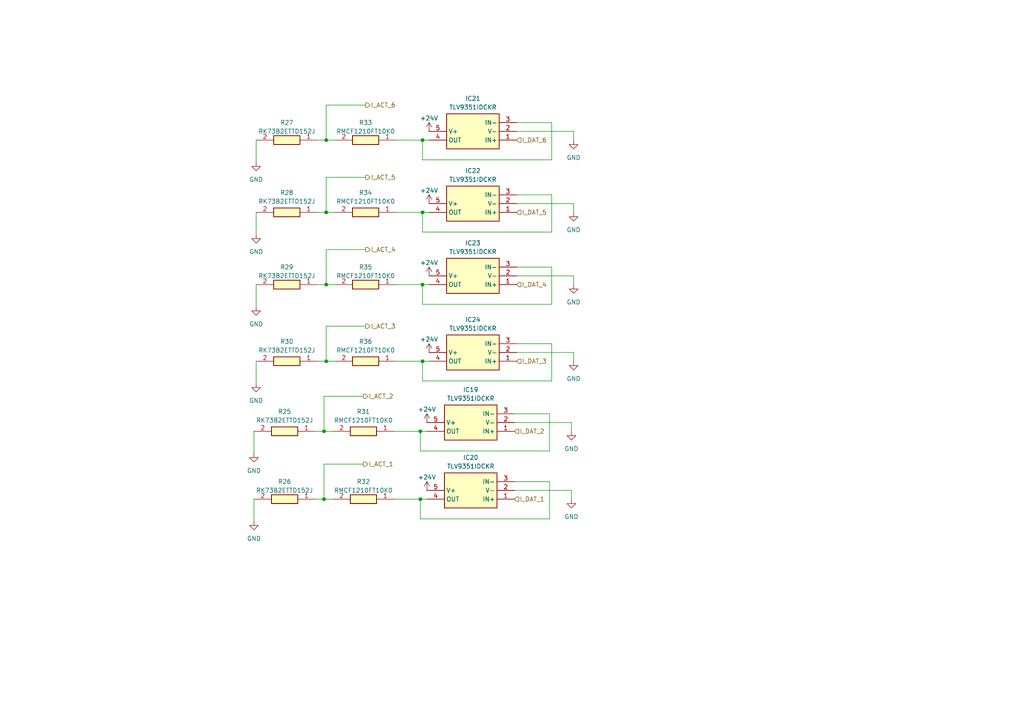
<source format=kicad_sch>
(kicad_sch (version 20230121) (generator eeschema)
  (paper "A4")
  (title_block (date "2023-04-23") (rev "1") (company "UPB - FIIR - Roboți și sisteme de producție") (comment 1 "Alexandru-Ioan Anastasiu"))
  (lib_symbols
    (symbol "RK73B2ETTD152J:RK73B2ETTD152J" (pin_names hide)
      (property "Reference" "R" (at 13.97 6.35 0))
      (property "Value" "RK73B2ETTD152J" (at 13.97 3.81 0))
      (symbol "RK73B2ETTD152J_1_1"
        (rectangle (start 5.08 1.27) (end 12.7 -1.27) (stroke (width 0.254)) (fill (type background)))
        (pin passive line (at 0 0 0) (length 5.08) (name "1") (number "1"))
        (pin passive line (at 17.78 0 180) (length 5.08) (name "2") (number "2"))
      )
    )
    (symbol "RMCF1210FT10K0:RMCF1210FT10K0" (pin_names hide)
      (property "Reference" "R" (at 13.97 6.35 0))
      (property "Value" "RMCF1210FT10K0" (at 13.97 3.81 0))
      (symbol "RMCF1210FT10K0_1_1"
        (rectangle (start 5.08 1.27) (end 12.7 -1.27) (stroke (width 0.254)) (fill (type background)))
        (pin passive line (at 0 0 0) (length 5.08) (name "1") (number "1"))
        (pin passive line (at 17.78 0 180) (length 5.08) (name "2") (number "2"))
      )
    )
    (symbol "TLV9351IDCKR:TLV9351IDCKR"
      (property "Reference" "IC" (at 21.59 7.62 0))
      (property "Value" "TLV9351IDCKR" (at 21.59 5.08 0))
      (symbol "TLV9351IDCKR_1_1"
        (rectangle (start 5.08 2.54) (end 20.32 -7.62) (stroke (width 0.254)) (fill (type background)))
        (pin passive line (at 0 0 0) (length 5.08) (name "IN+") (number "1"))
        (pin passive line (at 0 -2.54 0) (length 5.08) (name "V-") (number "2"))
        (pin passive line (at 0 -5.08 0) (length 5.08) (name "IN-") (number "3"))
        (pin passive line (at 25.4 0 180) (length 5.08) (name "OUT") (number "4"))
        (pin passive line (at 25.4 -2.54 180) (length 5.08) (name "V+") (number "5"))
      )
    )
    (symbol "power:+24V" (power) (pin_names (offset 0))
      (property "Value" "+24V" (at 0 3.556 0))
      (symbol "+24V_0_1"
        (polyline (pts (xy -0.762 1.27) (xy 0 2.54)))
        (polyline (pts (xy 0 0) (xy 0 2.54)))
        (polyline (pts (xy 0 2.54) (xy 0.762 1.27)))
      )
      (symbol "+24V_1_1"
        (pin power_in line (at 0 0 90) (length 0) hide (name "+24V") (number "1"))
      )
    )
    (symbol "power:GND" (power) (pin_names (offset 0))
      (property "Value" "GND" (at 0 -3.81 0))
      (symbol "GND_0_1"
        (polyline (pts (xy 0 0) (xy 0 -1.27) (xy 1.27 -1.27) (xy 0 -2.54) (xy -1.27 -1.27) (xy 0 -1.27)))
      )
      (symbol "GND_1_1"
        (pin power_in line (at 0 0 270) (length 0) hide (name "GND") (number "1"))
      )
    )
  )
  (junction (at 122.555 40.64))
  (junction (at 94.615 40.64))
  (junction (at 94.615 104.775))
  (junction (at 93.98 144.78))
  (junction (at 122.555 61.595))
  (junction (at 122.555 104.775))
  (junction (at 94.615 61.595))
  (junction (at 93.98 125.095))
  (junction (at 121.92 144.78))
  (junction (at 122.555 82.55))
  (junction (at 121.92 125.095))
  (junction (at 94.615 82.55))
  (wire (pts (xy 166.37 38.1) (xy 166.37 40.64)))
  (wire (pts (xy 160.02 46.355) (xy 122.555 46.355)))
  (wire (pts (xy 160.02 110.49) (xy 122.555 110.49)))
  (wire (pts (xy 149.86 99.695) (xy 160.02 99.695)))
  (wire (pts (xy 160.02 77.47) (xy 160.02 88.265)))
  (wire (pts (xy 94.615 82.55) (xy 97.155 82.55)))
  (wire (pts (xy 122.555 82.55) (xy 124.46 82.55)))
  (wire (pts (xy 114.935 82.55) (xy 122.555 82.55)))
  (wire (pts (xy 121.92 125.095) (xy 123.825 125.095)))
  (wire (pts (xy 165.735 122.555) (xy 165.735 125.095)))
  (wire (pts (xy 122.555 104.775) (xy 124.46 104.775)))
  (wire (pts (xy 165.735 142.24) (xy 165.735 144.78)))
  (wire (pts (xy 93.98 144.78) (xy 96.52 144.78)))
  (wire (pts (xy 122.555 46.355) (xy 122.555 40.64)))
  (wire (pts (xy 122.555 88.265) (xy 122.555 82.55)))
  (wire (pts (xy 166.37 59.055) (xy 166.37 61.595)))
  (wire (pts (xy 105.41 134.62) (xy 93.98 134.62)))
  (wire (pts (xy 121.92 144.78) (xy 123.825 144.78)))
  (wire (pts (xy 160.02 35.56) (xy 160.02 46.355)))
  (wire (pts (xy 92.075 40.64) (xy 94.615 40.64)))
  (wire (pts (xy 94.615 104.775) (xy 97.155 104.775)))
  (wire (pts (xy 92.075 61.595) (xy 94.615 61.595)))
  (wire (pts (xy 74.295 40.64) (xy 74.295 46.99)))
  (wire (pts (xy 149.225 120.015) (xy 159.385 120.015)))
  (wire (pts (xy 92.075 82.55) (xy 94.615 82.55)))
  (wire (pts (xy 114.935 104.775) (xy 122.555 104.775)))
  (wire (pts (xy 159.385 139.7) (xy 159.385 150.495)))
  (wire (pts (xy 160.02 99.695) (xy 160.02 110.49)))
  (wire (pts (xy 159.385 150.495) (xy 121.92 150.495)))
  (wire (pts (xy 94.615 61.595) (xy 97.155 61.595)))
  (wire (pts (xy 149.86 38.1) (xy 166.37 38.1)))
  (wire (pts (xy 91.44 144.78) (xy 93.98 144.78)))
  (wire (pts (xy 149.86 59.055) (xy 166.37 59.055)))
  (wire (pts (xy 94.615 40.64) (xy 97.155 40.64)))
  (wire (pts (xy 106.045 51.435) (xy 94.615 51.435)))
  (wire (pts (xy 74.295 61.595) (xy 74.295 67.945)))
  (wire (pts (xy 149.86 77.47) (xy 160.02 77.47)))
  (wire (pts (xy 74.295 82.55) (xy 74.295 88.9)))
  (wire (pts (xy 74.295 104.775) (xy 74.295 111.125)))
  (wire (pts (xy 93.98 125.095) (xy 96.52 125.095)))
  (wire (pts (xy 93.98 114.935) (xy 93.98 125.095)))
  (wire (pts (xy 105.41 114.935) (xy 93.98 114.935)))
  (wire (pts (xy 149.86 102.235) (xy 166.37 102.235)))
  (wire (pts (xy 114.3 144.78) (xy 121.92 144.78)))
  (wire (pts (xy 106.045 72.39) (xy 94.615 72.39)))
  (wire (pts (xy 121.92 130.81) (xy 121.92 125.095)))
  (wire (pts (xy 122.555 40.64) (xy 124.46 40.64)))
  (wire (pts (xy 166.37 102.235) (xy 166.37 104.775)))
  (wire (pts (xy 114.3 125.095) (xy 121.92 125.095)))
  (wire (pts (xy 159.385 130.81) (xy 121.92 130.81)))
  (wire (pts (xy 166.37 80.01) (xy 166.37 82.55)))
  (wire (pts (xy 121.92 150.495) (xy 121.92 144.78)))
  (wire (pts (xy 73.66 144.78) (xy 73.66 151.13)))
  (wire (pts (xy 114.935 61.595) (xy 122.555 61.595)))
  (wire (pts (xy 149.86 56.515) (xy 160.02 56.515)))
  (wire (pts (xy 106.045 30.48) (xy 94.615 30.48)))
  (wire (pts (xy 94.615 72.39) (xy 94.615 82.55)))
  (wire (pts (xy 149.225 122.555) (xy 165.735 122.555)))
  (wire (pts (xy 94.615 30.48) (xy 94.615 40.64)))
  (wire (pts (xy 160.02 67.31) (xy 122.555 67.31)))
  (wire (pts (xy 149.225 139.7) (xy 159.385 139.7)))
  (wire (pts (xy 160.02 88.265) (xy 122.555 88.265)))
  (wire (pts (xy 93.98 134.62) (xy 93.98 144.78)))
  (wire (pts (xy 122.555 67.31) (xy 122.555 61.595)))
  (wire (pts (xy 122.555 61.595) (xy 124.46 61.595)))
  (wire (pts (xy 159.385 120.015) (xy 159.385 130.81)))
  (wire (pts (xy 149.86 80.01) (xy 166.37 80.01)))
  (wire (pts (xy 122.555 110.49) (xy 122.555 104.775)))
  (wire (pts (xy 160.02 56.515) (xy 160.02 67.31)))
  (wire (pts (xy 149.86 35.56) (xy 160.02 35.56)))
  (wire (pts (xy 73.66 125.095) (xy 73.66 131.445)))
  (wire (pts (xy 94.615 94.615) (xy 94.615 104.775)))
  (wire (pts (xy 94.615 51.435) (xy 94.615 61.595)))
  (wire (pts (xy 114.935 40.64) (xy 122.555 40.64)))
  (wire (pts (xy 149.225 142.24) (xy 165.735 142.24)))
  (wire (pts (xy 106.045 94.615) (xy 94.615 94.615)))
  (wire (pts (xy 91.44 125.095) (xy 93.98 125.095)))
  (wire (pts (xy 92.075 104.775) (xy 94.615 104.775)))
  (hierarchical_label "I_ACT_5" (shape output) (at 106.045 51.435 0))
  (hierarchical_label "I_ACT_3" (shape output) (at 106.045 94.615 0))
  (hierarchical_label "I_ACT_6" (shape output) (at 106.045 30.48 0))
  (hierarchical_label "I_DAT_1" (shape input) (at 149.225 144.78 0))
  (hierarchical_label "I_DAT_4" (shape input) (at 149.86 82.55 0))
  (hierarchical_label "I_ACT_2" (shape output) (at 105.41 114.935 0))
  (hierarchical_label "I_ACT_4" (shape output) (at 106.045 72.39 0))
  (hierarchical_label "I_DAT_6" (shape input) (at 149.86 40.64 0))
  (hierarchical_label "I_DAT_2" (shape input) (at 149.225 125.095 0))
  (hierarchical_label "I_DAT_3" (shape input) (at 149.86 104.775 0))
  (hierarchical_label "I_ACT_1" (shape output) (at 105.41 134.62 0))
  (hierarchical_label "I_DAT_5" (shape input) (at 149.86 61.595 0))
  (symbol (lib_id "power:GND") (at 74.295 67.945 0) (unit 1)
    (property "Reference" "#PWR0184" (effects hide))
    (property "Value" "GND" (at 74.295 73.025 0))
    (instances (project "PLC-CIM" (path "" (reference "#PWR0184") (unit 1)) (path "" (reference "#PWR0142") (unit 1))))
  )
  (symbol (lib_id "RK73B2ETTD152J:RK73B2ETTD152J") (at 91.44 125.095 180) (unit 1)
    (property "Reference" "R25" (at 82.55 119.38 0))
    (property "Value" "RK73B2ETTD152J" (at 82.55 121.92 0))
    (property "Footprint" "RK73B2ETTD152J:RESC3226X70N" (effects hide))
    (property "Datasheet" "https://componentsearchengine.com/Datasheets/1/RK73B2ETTD152J.pdf" (effects hide))
    (property "Height" "0.7" (effects hide))
    (property "Mouser Part Number" "660-RK73B2ETTD152J" (effects hide))
    (property "Mouser Price/Stock" "https://www.mouser.co.uk/ProductDetail/KOA-Speer/RK73B2ETTD152J?qs=MrMLjMhg4WKZ%252BZ1tISyCKg%3D%3D" (effects hide))
    (property "Manufacturer_Name" "KOA Speer" (effects hide))
    (property "Manufacturer_Part_Number" "RK73B2ETTD152J" (effects hide))
    (instances (project "PLC-CIM" (path "" (reference "R25") (unit 1)) (path "" (reference "R7") (unit 1))))
  )
  (symbol (lib_id "RMCF1210FT10K0:RMCF1210FT10K0") (at 114.935 40.64 180) (unit 1)
    (property "Reference" "R33" (at 106.045 35.56 0))
    (property "Value" "RMCF1210FT10K0" (at 106.045 38.1 0))
    (property "Footprint" "RMCF1210FT10K0:RESC3225X70N" (effects hide))
    (property "Datasheet" "https://cs.seielect.com/catalog/SEI-RMCF_RMCP.pdf" (effects hide))
    (property "Height" "0.7" (effects hide))
    (property "Mouser Part Number" "708-RMCF1210FT10K0" (effects hide))
    (property "Mouser Price/Stock" "https://www.mouser.com/ProductDetail/SEI-Stackpole/RMCF1210FT10K0?qs=FESYatJ8odLSM832du/SXw==" (effects hide))
    (property "Manufacturer_Name" "Stackpole Electronics, Inc." (effects hide))
    (property "Manufacturer_Part_Number" "RMCF1210FT10K0" (effects hide))
    (instances (project "PLC-CIM" (path "" (reference "R33") (unit 1)) (path "" (reference "R15") (unit 1))))
  )
  (symbol (lib_id "TLV9351IDCKR:TLV9351IDCKR") (at 149.86 40.64 180) (unit 1)
    (property "Reference" "IC21" (at 137.16 28.575 0))
    (property "Value" "TLV9351IDCKR" (at 137.16 31.115 0))
    (property "Footprint" "TLV9351IDCKR:SOT65P210X110-5N" (effects hide))
    (property "Datasheet" "https://www.ti.com/lit/gpn/TLV9351" (effects hide))
    (property "Height" "1.1" (effects hide))
    (property "Mouser Part Number" "595-TLV9351IDCKR" (effects hide))
    (property "Mouser Price/Stock" "https://www.mouser.co.uk/ProductDetail/Texas-Instruments/TLV9351IDCKR?qs=DRkmTr78QAQETvxeOeABCA%3D%3D" (effects hide))
    (property "Manufacturer_Name" "Texas Instruments" (effects hide))
    (property "Manufacturer_Part_Number" "TLV9351IDCKR" (effects hide))
    (instances (project "PLC-CIM" (path "" (reference "IC21") (unit 1)) (path "" (reference "IC9") (unit 1))))
  )
  (symbol (lib_id "TLV9351IDCKR:TLV9351IDCKR") (at 149.86 104.775 180) (unit 1)
    (property "Reference" "IC24" (at 137.16 92.71 0))
    (property "Value" "TLV9351IDCKR" (at 137.16 95.25 0))
    (property "Footprint" "TLV9351IDCKR:SOT65P210X110-5N" (effects hide))
    (property "Datasheet" "https://www.ti.com/lit/gpn/TLV9351" (effects hide))
    (property "Height" "1.1" (effects hide))
    (property "Mouser Part Number" "595-TLV9351IDCKR" (effects hide))
    (property "Mouser Price/Stock" "https://www.mouser.co.uk/ProductDetail/Texas-Instruments/TLV9351IDCKR?qs=DRkmTr78QAQETvxeOeABCA%3D%3D" (effects hide))
    (property "Manufacturer_Name" "Texas Instruments" (effects hide))
    (property "Manufacturer_Part_Number" "TLV9351IDCKR" (effects hide))
    (instances (project "PLC-CIM" (path "" (reference "IC24") (unit 1)) (path "" (reference "IC12") (unit 1))))
  )
  (symbol (lib_id "power:+24V") (at 123.825 142.24 0) (unit 1)
    (property "Reference" "#PWR0189" (effects hide))
    (property "Value" "+24V" (at 123.825 138.43 0))
    (instances (project "PLC-CIM" (path "" (reference "#PWR0189") (unit 1)) (path "" (reference "#PWR0147") (unit 1))))
  )
  (symbol (lib_id "RMCF1210FT10K0:RMCF1210FT10K0") (at 114.935 61.595 180) (unit 1)
    (property "Reference" "R34" (at 106.045 55.88 0))
    (property "Value" "RMCF1210FT10K0" (at 106.045 58.42 0))
    (property "Footprint" "RMCF1210FT10K0:RESC3225X70N" (effects hide))
    (property "Datasheet" "https://cs.seielect.com/catalog/SEI-RMCF_RMCP.pdf" (effects hide))
    (property "Height" "0.7" (effects hide))
    (property "Mouser Part Number" "708-RMCF1210FT10K0" (effects hide))
    (property "Mouser Price/Stock" "https://www.mouser.com/ProductDetail/SEI-Stackpole/RMCF1210FT10K0?qs=FESYatJ8odLSM832du/SXw==" (effects hide))
    (property "Manufacturer_Name" "Stackpole Electronics, Inc." (effects hide))
    (property "Manufacturer_Part_Number" "RMCF1210FT10K0" (effects hide))
    (instances (project "PLC-CIM" (path "" (reference "R34") (unit 1)) (path "" (reference "R16") (unit 1))))
  )
  (symbol (lib_id "RMCF1210FT10K0:RMCF1210FT10K0") (at 114.3 125.095 180) (unit 1)
    (property "Reference" "R31" (at 105.41 119.38 0))
    (property "Value" "RMCF1210FT10K0" (at 105.41 121.92 0))
    (property "Footprint" "RMCF1210FT10K0:RESC3225X70N" (effects hide))
    (property "Datasheet" "https://cs.seielect.com/catalog/SEI-RMCF_RMCP.pdf" (effects hide))
    (property "Height" "0.7" (effects hide))
    (property "Mouser Part Number" "708-RMCF1210FT10K0" (effects hide))
    (property "Mouser Price/Stock" "https://www.mouser.com/ProductDetail/SEI-Stackpole/RMCF1210FT10K0?qs=FESYatJ8odLSM832du/SXw==" (effects hide))
    (property "Manufacturer_Name" "Stackpole Electronics, Inc." (effects hide))
    (property "Manufacturer_Part_Number" "RMCF1210FT10K0" (effects hide))
    (instances (project "PLC-CIM" (path "" (reference "R31") (unit 1)) (path "" (reference "R13") (unit 1))))
  )
  (symbol (lib_id "power:+24V") (at 124.46 102.235 0) (unit 1)
    (property "Reference" "#PWR0186" (effects hide))
    (property "Value" "+24V" (at 124.46 98.425 0))
    (instances (project "PLC-CIM" (path "" (reference "#PWR0186") (unit 1)) (path "" (reference "#PWR0144") (unit 1))))
  )
  (symbol (lib_id "TLV9351IDCKR:TLV9351IDCKR") (at 149.86 61.595 180) (unit 1)
    (property "Reference" "IC22" (at 137.16 49.53 0))
    (property "Value" "TLV9351IDCKR" (at 137.16 52.07 0))
    (property "Footprint" "TLV9351IDCKR:SOT65P210X110-5N" (effects hide))
    (property "Datasheet" "https://www.ti.com/lit/gpn/TLV9351" (effects hide))
    (property "Height" "1.1" (effects hide))
    (property "Mouser Part Number" "595-TLV9351IDCKR" (effects hide))
    (property "Mouser Price/Stock" "https://www.mouser.co.uk/ProductDetail/Texas-Instruments/TLV9351IDCKR?qs=DRkmTr78QAQETvxeOeABCA%3D%3D" (effects hide))
    (property "Manufacturer_Name" "Texas Instruments" (effects hide))
    (property "Manufacturer_Part_Number" "TLV9351IDCKR" (effects hide))
    (instances (project "PLC-CIM" (path "" (reference "IC22") (unit 1)) (path "" (reference "IC10") (unit 1))))
  )
  (symbol (lib_id "power:GND") (at 166.37 104.775 0) (unit 1)
    (property "Reference" "#PWR0188" (effects hide))
    (property "Value" "GND" (at 166.37 109.855 0))
    (instances (project "PLC-CIM" (path "" (reference "#PWR0188") (unit 1)) (path "" (reference "#PWR0146") (unit 1))))
  )
  (symbol (lib_id "power:GND") (at 165.735 144.78 0) (unit 1)
    (property "Reference" "#PWR0191" (effects hide))
    (property "Value" "GND" (at 165.735 149.86 0))
    (instances (project "PLC-CIM" (path "" (reference "#PWR0191") (unit 1)) (path "" (reference "#PWR0149") (unit 1))))
  )
  (symbol (lib_id "power:GND") (at 74.295 111.125 0) (unit 1)
    (property "Reference" "#PWR0176" (effects hide))
    (property "Value" "GND" (at 74.295 116.205 0))
    (instances (project "PLC-CIM" (path "" (reference "#PWR0176") (unit 1)) (path "" (reference "#PWR0134") (unit 1))))
  )
  (symbol (lib_id "RMCF1210FT10K0:RMCF1210FT10K0") (at 114.3 144.78 180) (unit 1)
    (property "Reference" "R32" (at 105.41 139.7 0))
    (property "Value" "RMCF1210FT10K0" (at 105.41 142.24 0))
    (property "Footprint" "RMCF1210FT10K0:RESC3225X70N" (effects hide))
    (property "Datasheet" "https://cs.seielect.com/catalog/SEI-RMCF_RMCP.pdf" (effects hide))
    (property "Height" "0.7" (effects hide))
    (property "Mouser Part Number" "708-RMCF1210FT10K0" (effects hide))
    (property "Mouser Price/Stock" "https://www.mouser.com/ProductDetail/SEI-Stackpole/RMCF1210FT10K0?qs=FESYatJ8odLSM832du/SXw==" (effects hide))
    (property "Manufacturer_Name" "Stackpole Electronics, Inc." (effects hide))
    (property "Manufacturer_Part_Number" "RMCF1210FT10K0" (effects hide))
    (instances (project "PLC-CIM" (path "" (reference "R32") (unit 1)) (path "" (reference "R14") (unit 1))))
  )
  (symbol (lib_id "TLV9351IDCKR:TLV9351IDCKR") (at 149.225 125.095 180) (unit 1)
    (property "Reference" "IC19" (at 136.525 113.03 0))
    (property "Value" "TLV9351IDCKR" (at 136.525 115.57 0))
    (property "Footprint" "TLV9351IDCKR:SOT65P210X110-5N" (effects hide))
    (property "Datasheet" "https://www.ti.com/lit/gpn/TLV9351" (effects hide))
    (property "Height" "1.1" (effects hide))
    (property "Mouser Part Number" "595-TLV9351IDCKR" (effects hide))
    (property "Mouser Price/Stock" "https://www.mouser.co.uk/ProductDetail/Texas-Instruments/TLV9351IDCKR?qs=DRkmTr78QAQETvxeOeABCA%3D%3D" (effects hide))
    (property "Manufacturer_Name" "Texas Instruments" (effects hide))
    (property "Manufacturer_Part_Number" "TLV9351IDCKR" (effects hide))
    (instances (project "PLC-CIM" (path "" (reference "IC19") (unit 1)) (path "" (reference "IC7") (unit 1))))
  )
  (symbol (lib_id "power:GND") (at 73.66 131.445 0) (unit 1)
    (property "Reference" "#PWR0174" (effects hide))
    (property "Value" "GND" (at 73.66 136.525 0))
    (instances (project "PLC-CIM" (path "" (reference "#PWR0174") (unit 1)) (path "" (reference "#PWR0132") (unit 1))))
  )
  (symbol (lib_id "RMCF1210FT10K0:RMCF1210FT10K0") (at 114.935 82.55 180) (unit 1)
    (property "Reference" "R35" (at 106.045 77.47 0))
    (property "Value" "RMCF1210FT10K0" (at 106.045 80.01 0))
    (property "Footprint" "RMCF1210FT10K0:RESC3225X70N" (effects hide))
    (property "Datasheet" "https://cs.seielect.com/catalog/SEI-RMCF_RMCP.pdf" (effects hide))
    (property "Height" "0.7" (effects hide))
    (property "Mouser Part Number" "708-RMCF1210FT10K0" (effects hide))
    (property "Mouser Price/Stock" "https://www.mouser.com/ProductDetail/SEI-Stackpole/RMCF1210FT10K0?qs=FESYatJ8odLSM832du/SXw==" (effects hide))
    (property "Manufacturer_Name" "Stackpole Electronics, Inc." (effects hide))
    (property "Manufacturer_Part_Number" "RMCF1210FT10K0" (effects hide))
    (instances (project "PLC-CIM" (path "" (reference "R35") (unit 1)) (path "" (reference "R17") (unit 1))))
  )
  (symbol (lib_id "power:GND") (at 74.295 46.99 0) (unit 1)
    (property "Reference" "#PWR0185" (effects hide))
    (property "Value" "GND" (at 74.295 52.07 0))
    (instances (project "PLC-CIM" (path "" (reference "#PWR0185") (unit 1)) (path "" (reference "#PWR0143") (unit 1))))
  )
  (symbol (lib_id "RMCF1210FT10K0:RMCF1210FT10K0") (at 114.935 104.775 180) (unit 1)
    (property "Reference" "R36" (at 106.045 99.06 0))
    (property "Value" "RMCF1210FT10K0" (at 106.045 101.6 0))
    (property "Footprint" "RMCF1210FT10K0:RESC3225X70N" (effects hide))
    (property "Datasheet" "https://cs.seielect.com/catalog/SEI-RMCF_RMCP.pdf" (effects hide))
    (property "Height" "0.7" (effects hide))
    (property "Mouser Part Number" "708-RMCF1210FT10K0" (effects hide))
    (property "Mouser Price/Stock" "https://www.mouser.com/ProductDetail/SEI-Stackpole/RMCF1210FT10K0?qs=FESYatJ8odLSM832du/SXw==" (effects hide))
    (property "Manufacturer_Name" "Stackpole Electronics, Inc." (effects hide))
    (property "Manufacturer_Part_Number" "RMCF1210FT10K0" (effects hide))
    (instances (project "PLC-CIM" (path "" (reference "R36") (unit 1)) (path "" (reference "R18") (unit 1))))
  )
  (symbol (lib_id "power:GND") (at 166.37 40.64 0) (unit 1)
    (property "Reference" "#PWR0182" (effects hide))
    (property "Value" "GND" (at 166.37 45.72 0))
    (instances (project "PLC-CIM" (path "" (reference "#PWR0182") (unit 1)) (path "" (reference "#PWR0140") (unit 1))))
  )
  (symbol (lib_id "RK73B2ETTD152J:RK73B2ETTD152J") (at 92.075 82.55 180) (unit 1)
    (property "Reference" "R29" (at 83.185 77.47 0))
    (property "Value" "RK73B2ETTD152J" (at 83.185 80.01 0))
    (property "Footprint" "RK73B2ETTD152J:RESC3226X70N" (effects hide))
    (property "Datasheet" "https://componentsearchengine.com/Datasheets/1/RK73B2ETTD152J.pdf" (effects hide))
    (property "Height" "0.7" (effects hide))
    (property "Mouser Part Number" "660-RK73B2ETTD152J" (effects hide))
    (property "Mouser Price/Stock" "https://www.mouser.co.uk/ProductDetail/KOA-Speer/RK73B2ETTD152J?qs=MrMLjMhg4WKZ%252BZ1tISyCKg%3D%3D" (effects hide))
    (property "Manufacturer_Name" "KOA Speer" (effects hide))
    (property "Manufacturer_Part_Number" "RK73B2ETTD152J" (effects hide))
    (instances (project "PLC-CIM" (path "" (reference "R29") (unit 1)) (path "" (reference "R11") (unit 1))))
  )
  (symbol (lib_id "power:GND") (at 166.37 82.55 0) (unit 1)
    (property "Reference" "#PWR0178" (effects hide))
    (property "Value" "GND" (at 166.37 87.63 0))
    (instances (project "PLC-CIM" (path "" (reference "#PWR0178") (unit 1)) (path "" (reference "#PWR0136") (unit 1))))
  )
  (symbol (lib_id "TLV9351IDCKR:TLV9351IDCKR") (at 149.225 144.78 180) (unit 1)
    (property "Reference" "IC20" (at 136.525 132.715 0))
    (property "Value" "TLV9351IDCKR" (at 136.525 135.255 0))
    (property "Footprint" "TLV9351IDCKR:SOT65P210X110-5N" (effects hide))
    (property "Datasheet" "https://www.ti.com/lit/gpn/TLV9351" (effects hide))
    (property "Height" "1.1" (effects hide))
    (property "Mouser Part Number" "595-TLV9351IDCKR" (effects hide))
    (property "Mouser Price/Stock" "https://www.mouser.co.uk/ProductDetail/Texas-Instruments/TLV9351IDCKR?qs=DRkmTr78QAQETvxeOeABCA%3D%3D" (effects hide))
    (property "Manufacturer_Name" "Texas Instruments" (effects hide))
    (property "Manufacturer_Part_Number" "TLV9351IDCKR" (effects hide))
    (instances (project "PLC-CIM" (path "" (reference "IC20") (unit 1)) (path "" (reference "IC8") (unit 1))))
  )
  (symbol (lib_id "power:GND") (at 73.66 151.13 0) (unit 1)
    (property "Reference" "#PWR0175" (effects hide))
    (property "Value" "GND" (at 73.66 156.21 0))
    (instances (project "PLC-CIM" (path "" (reference "#PWR0175") (unit 1)) (path "" (reference "#PWR0133") (unit 1))))
  )
  (symbol (lib_id "power:+24V") (at 124.46 38.1 0) (unit 1)
    (property "Reference" "#PWR0179" (effects hide))
    (property "Value" "+24V" (at 124.46 34.29 0))
    (instances (project "PLC-CIM" (path "" (reference "#PWR0179") (unit 1)) (path "" (reference "#PWR0137") (unit 1))))
  )
  (symbol (lib_id "power:+24V") (at 124.46 59.055 0) (unit 1)
    (property "Reference" "#PWR0180" (effects hide))
    (property "Value" "+24V" (at 124.46 55.245 0))
    (instances (project "PLC-CIM" (path "" (reference "#PWR0180") (unit 1)) (path "" (reference "#PWR0138") (unit 1))))
  )
  (symbol (lib_id "RK73B2ETTD152J:RK73B2ETTD152J") (at 92.075 40.64 180) (unit 1)
    (property "Reference" "R27" (at 83.185 35.56 0))
    (property "Value" "RK73B2ETTD152J" (at 83.185 38.1 0))
    (property "Footprint" "RK73B2ETTD152J:RESC3226X70N" (effects hide))
    (property "Datasheet" "https://componentsearchengine.com/Datasheets/1/RK73B2ETTD152J.pdf" (effects hide))
    (property "Height" "0.7" (effects hide))
    (property "Mouser Part Number" "660-RK73B2ETTD152J" (effects hide))
    (property "Mouser Price/Stock" "https://www.mouser.co.uk/ProductDetail/KOA-Speer/RK73B2ETTD152J?qs=MrMLjMhg4WKZ%252BZ1tISyCKg%3D%3D" (effects hide))
    (property "Manufacturer_Name" "KOA Speer" (effects hide))
    (property "Manufacturer_Part_Number" "RK73B2ETTD152J" (effects hide))
    (instances (project "PLC-CIM" (path "" (reference "R27") (unit 1)) (path "" (reference "R9") (unit 1))))
  )
  (symbol (lib_id "power:GND") (at 74.295 88.9 0) (unit 1)
    (property "Reference" "#PWR0177" (effects hide))
    (property "Value" "GND" (at 74.295 93.98 0))
    (instances (project "PLC-CIM" (path "" (reference "#PWR0177") (unit 1)) (path "" (reference "#PWR0135") (unit 1))))
  )
  (symbol (lib_id "power:GND") (at 165.735 125.095 0) (unit 1)
    (property "Reference" "#PWR0187" (effects hide))
    (property "Value" "GND" (at 165.735 130.175 0))
    (instances (project "PLC-CIM" (path "" (reference "#PWR0187") (unit 1)) (path "" (reference "#PWR0145") (unit 1))))
  )
  (symbol (lib_id "power:GND") (at 166.37 61.595 0) (unit 1)
    (property "Reference" "#PWR0183" (effects hide))
    (property "Value" "GND" (at 166.37 66.675 0))
    (instances (project "PLC-CIM" (path "" (reference "#PWR0183") (unit 1)) (path "" (reference "#PWR0141") (unit 1))))
  )
  (symbol (lib_id "RK73B2ETTD152J:RK73B2ETTD152J") (at 91.44 144.78 180) (unit 1)
    (property "Reference" "R26" (at 82.55 139.7 0))
    (property "Value" "RK73B2ETTD152J" (at 82.55 142.24 0))
    (property "Footprint" "RK73B2ETTD152J:RESC3226X70N" (effects hide))
    (property "Datasheet" "https://componentsearchengine.com/Datasheets/1/RK73B2ETTD152J.pdf" (effects hide))
    (property "Height" "0.7" (effects hide))
    (property "Mouser Part Number" "660-RK73B2ETTD152J" (effects hide))
    (property "Mouser Price/Stock" "https://www.mouser.co.uk/ProductDetail/KOA-Speer/RK73B2ETTD152J?qs=MrMLjMhg4WKZ%252BZ1tISyCKg%3D%3D" (effects hide))
    (property "Manufacturer_Name" "KOA Speer" (effects hide))
    (property "Manufacturer_Part_Number" "RK73B2ETTD152J" (effects hide))
    (instances (project "PLC-CIM" (path "" (reference "R26") (unit 1)) (path "" (reference "R8") (unit 1))))
  )
  (symbol (lib_id "power:+24V") (at 124.46 80.01 0) (unit 1)
    (property "Reference" "#PWR0181" (effects hide))
    (property "Value" "+24V" (at 124.46 76.2 0))
    (instances (project "PLC-CIM" (path "" (reference "#PWR0181") (unit 1)) (path "" (reference "#PWR0139") (unit 1))))
  )
  (symbol (lib_id "RK73B2ETTD152J:RK73B2ETTD152J") (at 92.075 61.595 180) (unit 1)
    (property "Reference" "R28" (at 83.185 55.88 0))
    (property "Value" "RK73B2ETTD152J" (at 83.185 58.42 0))
    (property "Footprint" "RK73B2ETTD152J:RESC3226X70N" (effects hide))
    (property "Datasheet" "https://componentsearchengine.com/Datasheets/1/RK73B2ETTD152J.pdf" (effects hide))
    (property "Height" "0.7" (effects hide))
    (property "Mouser Part Number" "660-RK73B2ETTD152J" (effects hide))
    (property "Mouser Price/Stock" "https://www.mouser.co.uk/ProductDetail/KOA-Speer/RK73B2ETTD152J?qs=MrMLjMhg4WKZ%252BZ1tISyCKg%3D%3D" (effects hide))
    (property "Manufacturer_Name" "KOA Speer" (effects hide))
    (property "Manufacturer_Part_Number" "RK73B2ETTD152J" (effects hide))
    (instances (project "PLC-CIM" (path "" (reference "R28") (unit 1)) (path "" (reference "R10") (unit 1))))
  )
  (symbol (lib_id "power:+24V") (at 123.825 122.555 0) (unit 1)
    (property "Reference" "#PWR0190" (effects hide))
    (property "Value" "+24V" (at 123.825 118.745 0))
    (instances (project "PLC-CIM" (path "" (reference "#PWR0190") (unit 1)) (path "" (reference "#PWR0148") (unit 1))))
  )
  (symbol (lib_id "TLV9351IDCKR:TLV9351IDCKR") (at 149.86 82.55 180) (unit 1)
    (property "Reference" "IC23" (at 137.16 70.485 0))
    (property "Value" "TLV9351IDCKR" (at 137.16 73.025 0))
    (property "Footprint" "TLV9351IDCKR:SOT65P210X110-5N" (effects hide))
    (property "Datasheet" "https://www.ti.com/lit/gpn/TLV9351" (effects hide))
    (property "Height" "1.1" (effects hide))
    (property "Mouser Part Number" "595-TLV9351IDCKR" (effects hide))
    (property "Mouser Price/Stock" "https://www.mouser.co.uk/ProductDetail/Texas-Instruments/TLV9351IDCKR?qs=DRkmTr78QAQETvxeOeABCA%3D%3D" (effects hide))
    (property "Manufacturer_Name" "Texas Instruments" (effects hide))
    (property "Manufacturer_Part_Number" "TLV9351IDCKR" (effects hide))
    (instances (project "PLC-CIM" (path "" (reference "IC23") (unit 1)) (path "" (reference "IC11") (unit 1))))
  )
  (symbol (lib_id "RK73B2ETTD152J:RK73B2ETTD152J") (at 92.075 104.775 180) (unit 1)
    (property "Reference" "R30" (at 83.185 99.06 0))
    (property "Value" "RK73B2ETTD152J" (at 83.185 101.6 0))
    (property "Footprint" "RK73B2ETTD152J:RESC3226X70N" (effects hide))
    (property "Datasheet" "https://componentsearchengine.com/Datasheets/1/RK73B2ETTD152J.pdf" (effects hide))
    (property "Height" "0.7" (effects hide))
    (property "Mouser Part Number" "660-RK73B2ETTD152J" (effects hide))
    (property "Mouser Price/Stock" "https://www.mouser.co.uk/ProductDetail/KOA-Speer/RK73B2ETTD152J?qs=MrMLjMhg4WKZ%252BZ1tISyCKg%3D%3D" (effects hide))
    (property "Manufacturer_Name" "KOA Speer" (effects hide))
    (property "Manufacturer_Part_Number" "RK73B2ETTD152J" (effects hide))
    (instances (project "PLC-CIM" (path "" (reference "R30") (unit 1)) (path "" (reference "R12") (unit 1))))
  )
)
</source>
